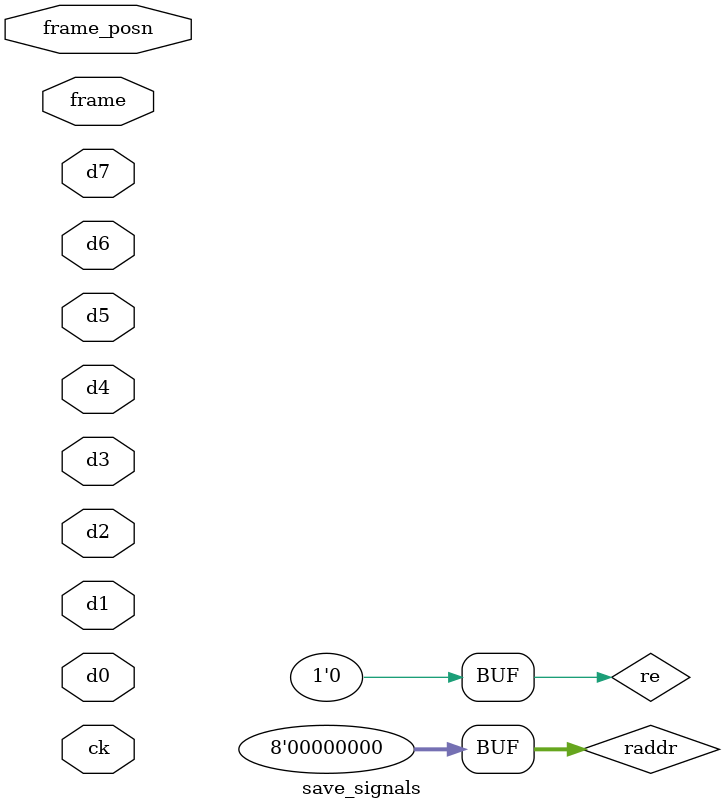
<source format=v>

   /*
    *   State machine to write a word to RAM
    */

module writer(
    input wire ck,
    input wire start,
    input wire [15:0] data,
    input wire [7:0] addr,
    output reg [15:0] odata,
    output reg [7:0] oaddr,
    output reg we
);

initial we = 0;

always @(negedge ck) begin

    if (we)
        we <= 0; // End the write cycle    else if (start)
    else begin
        if (start) begin
            // Start the write cycle
            odata <= data;
            oaddr <= addr;
            we <= 1;
        end
    end

end

endmodule


   /*
    *   Write a block of channels to the RAM
    */

module ram_writer(
    input wire ck, 
    input wire [5:0] frame_posn,
    input wire [4:0] frame,
    input wire [15:0] d0,
    input wire [15:0] d1,
    input wire [15:0] d2,
    input wire [15:0] d3,
    input wire [15:0] d4,
    input wire [15:0] d5,
    input wire [15:0] d6,
    input wire [15:0] d7,
    output reg [7:0] wr_addr,
    output reg [15:0] wr_data,
    output reg write
);

initial write = 0;
reg [2:0] channel = 0;

task write_data(input [2:0] offset, input [15:0] data);

    begin
        write <= 1;
        wr_data <= data;
        wr_addr <= { offset, frame[4:0] };
        channel <= channel + 1;
    end

endtask

always @(posedge ck) begin

    if (write)
        write <= 0;

    if (frame_posn == 63)
        channel <= 0;

    if (!write)
    begin
        case (channel)
            0 : if (frame_posn == 0)
                    write_data(channel, d0);
            1 : write_data(channel, d1);
            2 : write_data(channel, d2);
            3 : write_data(channel, d3);
            4 : write_data(channel, d4);
            5 : write_data(channel, d5);
            6 : write_data(channel, d6);
            7 : write_data(channel, d7);
        endcase
    end

end

endmodule

   /*
    *
    */

module save_signals(
    input wire ck,
    input wire [5:0] frame_posn,
    input wire [4:0] frame,
    input wire [15:0] d0,
    input wire [15:0] d1,
    input wire [15:0] d2,
    input wire [15:0] d3,
    input wire [15:0] d4,
    input wire [15:0] d5,
    input wire [15:0] d6,
    input wire [15:0] d7
);

//  Write into RAM

wire [15:0] wdata;
/* verilator lint_off UNUSED */
wire [15:0] rdata;
/* verilator lint_on UNUSED */
wire we;
reg re = 0;
wire [7:0] waddr;
wire [7:0] raddr;

assign raddr = 0;

DPRAM ram_0(.clk(ck), .we(we), .waddr(waddr), .wdata(wdata), .re(re), .raddr(raddr), .rdata(rdata));

wire start;
wire [15:0] wr_data;
wire [7:0] wr_addr;

writer writer(.ck(ck), .start(start), .data(wr_data), .addr(wr_addr), .odata(wdata), .oaddr(waddr), .we(we));

   /*
    *   Write the signals to RAM
    */

ram_writer ww(.ck(ck), 
    .frame_posn(frame_posn),
    .frame(frame[4:0]),
    .d0(d0),
    .d1(d1),
    .d2(d2),
    .d3(d3),
    .d4(d4),
    .d5(d5),
    .d6(d6),
    .d7(d7),
    .wr_addr(wr_addr),
    .wr_data(wr_data),
    .write(start));

endmodule

</source>
